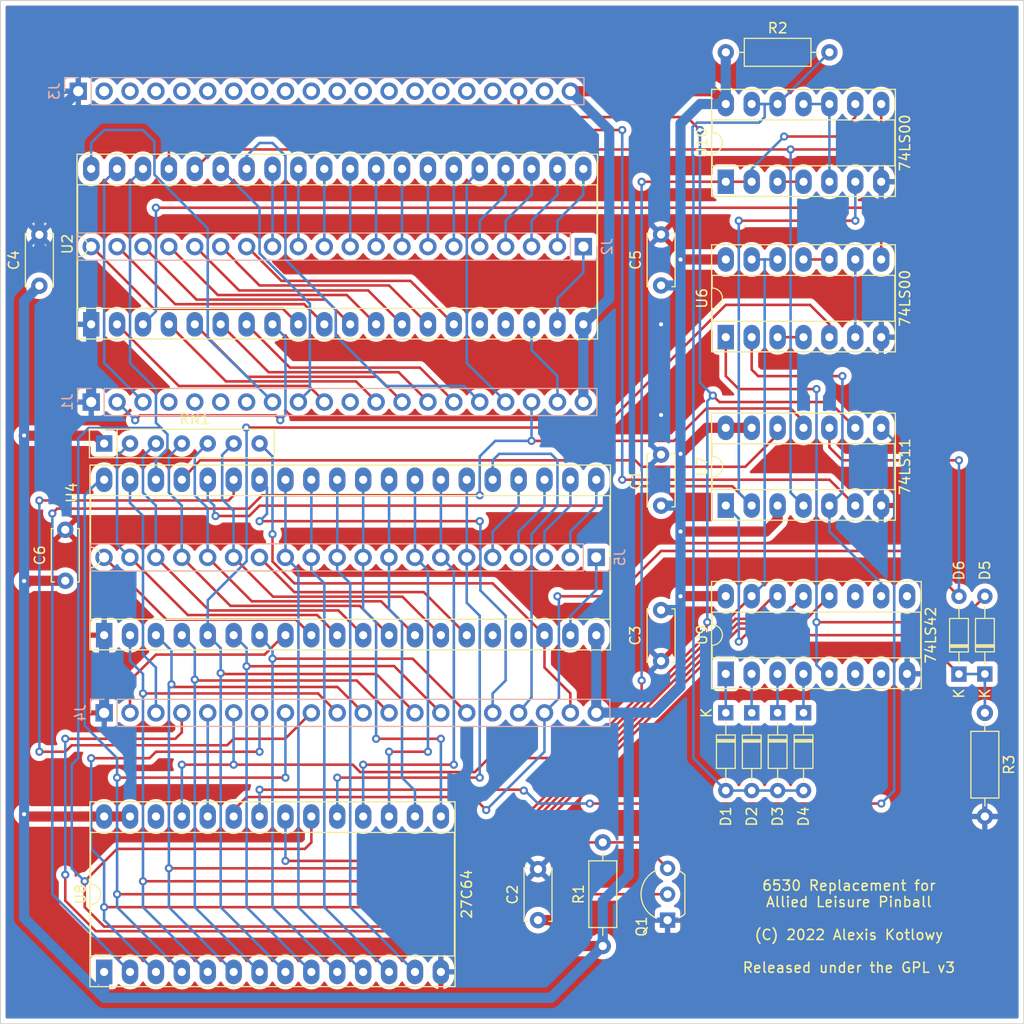
<source format=kicad_pcb>
(kicad_pcb (version 20211014) (generator pcbnew)
  (layers (0 "F.Cu" signal) (31 "B.Cu" signal) (34 "B.Paste" user) (35 "F.Paste" user) (36 "B.SilkS" user "B.Silkscreen") (37 "F.SilkS" user "F.Silkscreen") (38 "B.Mask" user) (39 "F.Mask" user) (44 "Edge.Cuts" user))
  (net 0 "")
  (net 1 "VCC")
  (net 2 "GND")
  (net 3 "Net-(D1-Pad1)")
  (net 4 "Net-(D1-Pad2)")
  (net 5 "Net-(D2-Pad1)")
  (net 6 "Net-(D3-Pad1)")
  (net 7 "Net-(D4-Pad1)")
  (net 8 "Net-(D5-Pad1)")
  (net 9 "Net-(D5-Pad2)")
  (net 10 "/~IC6_CS")
  (net 11 "/RS0")
  (net 12 "/~RS0")
  (net 13 "/IC5_PA0")
  (net 14 "/A9")
  (net 15 "/A8")
  (net 16 "/A7")
  (net 17 "/A6")
  (net 18 "/A5")
  (net 19 "/A4")
  (net 20 "/A3")
  (net 21 "/A2")
  (net 22 "/A1")
  (net 23 "/A0")
  (net 24 "/~IC5_CS")
  (net 25 "/IC5_PB5")
  (net 26 "/IC5_PB4")
  (net 27 "/IC5_PB3")
  (net 28 "/IC5_PB2")
  (net 29 "/IC5_PB1")
  (net 30 "/IC5_PB0")
  (net 31 "/D7")
  (net 32 "/D6")
  (net 33 "/D5")
  (net 34 "/D4")
  (net 35 "/D3")
  (net 36 "/D2")
  (net 37 "/D1")
  (net 38 "/D0")
  (net 39 "/IC5_PA7")
  (net 40 "/IC5_PA6")
  (net 41 "/IC5_PA5")
  (net 42 "/IC5_PA4")
  (net 43 "/IC5_PA3")
  (net 44 "/IC5_PA2")
  (net 45 "/IC5_PA1")
  (net 46 "/A4_mod")
  (net 49 "/~STACK")
  (net 50 "/~IC5")
  (net 51 "/IC6_PA0")
  (net 52 "/IC6_PB5")
  (net 53 "/IC6_PB4")
  (net 54 "/IC6_PB3")
  (net 55 "/IC6_PB2")
  (net 56 "/IC6_PB1")
  (net 57 "/IC6_PB0")
  (net 58 "/IC6_PA7")
  (net 59 "/IC6_PA6")
  (net 60 "/IC6_PA5")
  (net 61 "/IC6_PA4")
  (net 62 "/IC6_PA3")
  (net 63 "/IC6_PA2")
  (net 64 "/IC6_PA1")
  (net 67 "/~SCRATCH")
  (net 68 "/~IC6")
  (net 69 "/~IC3_CS")
  (net 70 "Net-(U6-Pad2)")
  (net 71 "Net-(U6-Pad3)")
  (net 72 "Net-(U6-Pad6)")
  (net 73 "Net-(U6-Pad10)")
  (net 74 "Net-(J1-Pad17)")
  (net 80 "Net-(U10-Pad3)")
  (net 81 "Net-(U10-Pad10)")
  (net 82 "/IC5_PHI2")
  (net 83 "/IC5_A6")
  (net 84 "/IC5_R{slash}W")
  (net 85 "/IC5_A5")
  (net 86 "/IC5_A4")
  (net 87 "/IC5_A3")
  (net 88 "/IC5_A2")
  (net 89 "/IC5_A1")
  (net 90 "/IC5_A0")
  (net 91 "/IC5_RES")
  (net 92 "/IC5_D7")
  (net 93 "/IC5_D6")
  (net 94 "/IC5_D5")
  (net 95 "/IC5_D4")
  (net 96 "/IC5_D3")
  (net 97 "/IC5_D2")
  (net 98 "/IC5_D1")
  (net 99 "/IC5_D0")
  (net 100 "/IC6_PHI2")
  (net 101 "/IC6_R{slash}W")
  (net 102 "/IC6_RES")
  (net 107 "Net-(J4-Pad17)")
  (net 125 "Net-(U7-Pad8)")
  (footprint "Resistor_THT:R_Axial_DIN0207_L6.3mm_D2.5mm_P10.16mm_Horizontal" (layer "F.Cu") (at 208.28 101.6 -90)
    (fp_text reference "R3")
    (fp_text value "1k")
  )
  (footprint "Capacitor_THT:C_Disc_D5.0mm_W2.5mm_P5.00mm" (layer "F.Cu") (at 176.53 81.28 90)
    (fp_text reference "C1")
    (fp_text value "100n")
  )
  (footprint "Package_DIP:DIP-40_W15.24mm_Socket_LongPads" (layer "F.Cu") (at 120.65 63.5 90)
    (fp_text reference "U2")
    (fp_text value "6532")
  )
  (footprint "Resistor_THT:R_Axial_DIN0207_L6.3mm_D2.5mm_P10.16mm_Horizontal" (layer "F.Cu") (at 182.88 36.83)
    (fp_text reference "R2")
    (fp_text value "1k")
  )
  (footprint "Diode_THT:D_DO-34_SOD68_P7.62mm_Horizontal" (layer "F.Cu") (at 208.28 97.79 90)
    (fp_text reference "D5")
    (fp_text value "1N4148")
  )
  (footprint "Diode_THT:D_DO-34_SOD68_P7.62mm_Horizontal" (layer "F.Cu") (at 205.74 97.795 90)
    (fp_text reference "D6")
    (fp_text value "1N4148")
  )
  (footprint "Package_TO_SOT_THT:TO-92L_Inline_Wide" (layer "F.Cu") (at 177.165 121.92 90)
    (fp_text reference "Q1")
    (fp_text value "2N7000" hide)
  )
  (footprint "Diode_THT:D_DO-34_SOD68_P7.62mm_Horizontal" (layer "F.Cu") (at 185.42 101.6 -90)
    (fp_text reference "D2")
    (fp_text value "1N4148" hide)
  )
  (footprint "Capacitor_THT:C_Disc_D5.0mm_W2.5mm_P5.00mm" (layer "F.Cu") (at 118.11 88.645 90)
    (fp_text reference "C6")
    (fp_text value "100n")
  )
  (footprint "Package_DIP:DIP-40_W15.24mm_Socket_LongPads" (layer "F.Cu") (at 121.92 93.98 90)
    (fp_text reference "U4")
    (fp_text value "6532")
  )
  (footprint "Package_DIP:DIP-14_W7.62mm_Socket_LongPads" (layer "F.Cu") (at 182.875 64.76 90)
    (fp_text reference "U6")
    (fp_text value "74LS00")
  )
  (footprint "Capacitor_THT:C_Disc_D5.0mm_W2.5mm_P5.00mm" (layer "F.Cu") (at 176.53 59.69 90)
    (fp_text reference "C5")
    (fp_text value "100n")
  )
  (footprint "Package_DIP:DIP-14_W7.62mm_Socket_LongPads" (layer "F.Cu") (at 182.875 49.52 90)
    (fp_text reference "U10")
    (fp_text value "74LS00")
  )
  (footprint "Diode_THT:D_DO-34_SOD68_P7.62mm_Horizontal" (layer "F.Cu") (at 182.88 101.595 -90)
    (fp_text reference "D1")
    (fp_text value "1N4148" hide)
  )
  (footprint "Capacitor_THT:C_Disc_D5.0mm_W2.5mm_P5.00mm" (layer "F.Cu") (at 176.53 91.52 -90)
    (fp_text reference "C3")
    (fp_text value "100n" hide)
  )
  (footprint "Capacitor_THT:C_Disc_D5.0mm_W2.5mm_P5.00mm" (layer "F.Cu") (at 115.57 59.715 90)
    (fp_text reference "C4")
    (fp_text value "100n")
  )
  (footprint "Package_DIP:DIP-28_W15.24mm_Socket_LongPads" (layer "F.Cu") (at 121.92 127 90)
    (fp_text reference "U8")
    (fp_text value "27C64")
  )
  (footprint "Resistor_THT:R_Array_SIP7" (layer "F.Cu") (at 121.92 75.184)
    (fp_text reference "RN1")
    (fp_text value "R_Network06")
  )
  (footprint "Package_DIP:DIP-16_W7.62mm_Socket_LongPads" (layer "F.Cu") (at 182.87 97.775 90)
    (fp_text reference "U9")
    (fp_text value "74LS42")
  )
  (footprint "Diode_THT:D_DO-34_SOD68_P7.62mm_Horizontal" (layer "F.Cu") (at 190.5 101.595 -90)
    (fp_text reference "D4")
    (fp_text value "1N4148")
  )
  (footprint "Capacitor_THT:C_Disc_D5.0mm_W2.5mm_P5.00mm" (layer "F.Cu") (at 164.465 121.92 90)
    (fp_text reference "C2")
    (fp_text value "100n" hide)
  )
  (footprint "Diode_THT:D_DO-34_SOD68_P7.62mm_Horizontal" (layer "F.Cu") (at 187.96 101.595 -90)
    (fp_text reference "D3")
    (fp_text value "1N4148")
  )
  (footprint "Resistor_THT:R_Axial_DIN0207_L6.3mm_D2.5mm_P10.16mm_Horizontal" (layer "F.Cu") (at 170.815 124.46 90)
    (fp_text reference "R1")
    (fp_text value "1k" hide)
  )
  (footprint "Package_DIP:DIP-14_W7.62mm_Socket_LongPads" (layer "F.Cu") (at 182.875 81.27 90)
    (fp_text reference "U7")
    (fp_text value "74LS11")
  )
  (footprint "Connector_PinHeader_2.54mm:PinHeader_1x20_P2.54mm_Vertical" (layer "B.Cu") (at 170.17 86.355 90)
    (fp_text reference "J5")
    (fp_text value "IC6")
  )
  (footprint "Connector_PinHeader_2.54mm:PinHeader_1x20_P2.54mm_Vertical" (layer "B.Cu") (at 120.65 71.12 -90)
    (fp_text reference "J1")
    (fp_text value "IC5")
  )
  (footprint "Connector_PinHeader_2.54mm:PinHeader_1x20_P2.54mm_Vertical" (layer "B.Cu") (at 168.91 55.88 90)
    (fp_text reference "J2")
    (fp_text value "IC5")
  )
  (footprint "Connector_PinHeader_2.54mm:PinHeader_1x20_P2.54mm_Vertical" (layer "B.Cu") (at 119.38 40.64 -90)
    (fp_text reference "J3")
    (fp_text value "IC3")
  )
  (footprint "Connector_PinHeader_2.54mm:PinHeader_1x20_P2.54mm_Vertical" (layer "B.Cu") (at 121.92 101.6 -90)
    (fp_text reference "J4")
    (fp_text value "IC6")
  )
  (gr_line (start 111.76 31.75) (end 212.09 31.75) (layer "Edge.Cuts") (width 0.1))
  (gr_line (start 212.09 132.08) (end 111.76 132.08) (layer "Edge.Cuts") (width 0.1))
  (gr_line (start 212.09 31.75) (end 212.09 132.08) (layer "Edge.Cuts") (width 0.1))
  (gr_line (start 111.76 132.08) (end 111.76 31.75) (layer "Edge.Cuts") (width 0.1))
  (gr_text "6530 Replacement for\nAllied Leisure Pinball\n\n(C) 2022 Alexis Kotlowy\n\nReleased under the GPL v3" (at 194.945 122.555) (layer "F.SilkS") (effects (font (size 1 1))))
  (segment (start 186.805 83.82) (end 178.435 83.82) (width 1) (layer "F.Cu") (net 1))
  (segment (start 121.92 111.76) (end 124.46 111.76) (width 1) (layer "F.Cu") (net 1))
  (segment (start 178.45 90.155) (end 178.435 90.17) (width 1) (layer "F.Cu") (net 1))
  (segment (start 182.875 57.14) (end 178.445 57.14) (width 1) (layer "F.Cu") (net 1))
  (segment (start 114.3 111.76) (end 114.070489 111.530489) (width 1) (layer "F.Cu") (net 1))
  (segment (start 167.64 40.645) (end 181.62 40.645) (width 1) (layer "F.Cu") (net 1))
  (segment (start 121.158 74.422) (end 114.046 74.422) (width 1) (layer "F.Cu") (net 1))
  (segment (start 114.555 88.645) (end 114.3 88.9) (width 1) (layer "F.Cu") (net 1))
  (segment (start 181.62 40.645) (end 182.875 41.9) (width 1) (layer "F.Cu") (net 1))
  (segment (start 187.955 82.67) (end 186.805 83.82) (width 1) (layer "F.Cu") (net 1))
  (segment (start 182.875 73.65) (end 185.415 73.65) (width 1) (layer "F.Cu") (net 1))
  (segment (start 121.92 111.76) (end 114.3 111.76) (width 1) (layer "F.Cu") (net 1))
  (segment (start 114.3 88.9) (end 114.070489 88.670489) (width 1) (layer "F.Cu") (net 1))
  (segment (start 114.046 74.422) (end 114.070489 74.397511) (width 1) (layer "F.Cu") (net 1))
  (segment (start 164.465 121.92) (end 165.735 121.92) (width 1) (layer "F.Cu") (net 1))
  (segment (start 121.92 75.184) (end 121.158 74.422) (width 1) (layer "F.Cu") (net 1))
  (segment (start 165.735 121.92) (end 168.275 124.46) (width 1) (layer "F.Cu") (net 1))
  (segment (start 182.87 90.155) (end 178.45 90.155) (width 1) (layer "F.Cu") (net 1))
  (segment (start 182.875 73.65) (end 180.985 73.65) (width 1) (layer "F.Cu") (net 1))
  (segment (start 180.985 73.65) (end 178.435 76.2) (width 1) (layer "F.Cu") (net 1))
  (segment (start 178.445 57.14) (end 178.435 57.15) (width 1) (layer "F.Cu") (net 1))
  (segment (start 168.275 124.46) (end 170.815 124.46) (width 1) (layer "F.Cu") (net 1))
  (segment (start 187.955 81.27) (end 187.955 82.67) (width 1) (layer "F.Cu") (net 1))
  (segment (start 118.11 88.645) (end 114.555 88.645) (width 1) (layer "F.Cu") (net 1))
  (via (at 114.070489 88.670489) (size 0.8) (drill 0.4) (layers "F.Cu" "B.Cu") (net 1))
  (via (at 178.435 83.82) (size 0.8) (drill 0.4) (layers "F.Cu" "B.Cu") (net 1))
  (via (at 114.070489 111.530489) (size 0.8) (drill 0.4) (layers "F.Cu" "B.Cu") (net 1))
  (via (at 178.435 76.2) (size 0.8) (drill 0.4) (layers "F.Cu" "B.Cu") (net 1))
  (via (at 178.435 90.17) (size 0.8) (drill 0.4) (layers "F.Cu" "B.Cu") (net 1))
  (via (at 178.435 57.15) (size 0.8) (drill 0.4) (layers "F.Cu" "B.Cu") (net 1))
  (via (at 114.070489 74.397511) (size 0.8) (drill 0.4) (layers "F.Cu" "B.Cu") (net 1))
  (segment (start 178.435 91.44) (end 178.435 90.17) (width 1) (layer "B.Cu") (net 1))
  (segment (start 114.070489 61.214511) (end 115.57 59.715) (width 1) (layer "B.Cu") (net 1))
  (segment (start 171.45 60.96) (end 171.45 44.455) (width 1) (layer "B.Cu") (net 1))
  (segment (start 170.175 93.985) (end 170.18 93.98) (width 1) (layer "B.Cu") (net 1))
  (segment (start 114.070489 73.635511) (end 114.070489 61.214511) (width 1) (layer "B.Cu") (net 1))
  (segment (start 168.91 63.5) (end 168.91 71.07) (width 1) (layer "B.Cu") (net 1))
  (segment (start 114.070489 111.530489) (end 114.070489 88.670489) (width 1) (layer "B.Cu") (net 1))
  (segment (start 178.435 81.28) (end 178.435 90.17) (width 1) (layer "B.Cu") (net 1))
  (segment (start 121.92 129.54) (end 114.070489 121.690489) (width 1) (layer "B.Cu") (net 1))
  (segment (start 173.355 117.475) (end 173.355 101.6) (width 1) (layer "B.Cu") (net 1))
  (segment (start 114.070489 74.397511) (end 114.070489 73.635511) (width 1) (layer "B.Cu") (net 1))
  (segment (start 114.070489 121.690489) (end 114.070489 121.055489) (width 1) (layer "B.Cu") (net 1))
  (segment (start 178.435 43.815) (end 178.435 57.15) (width 1) (layer "B.Cu") (net 1))
  (segment (start 182.875 41.9) (end 180.35 41.9) (width 1) (layer "B.Cu") (net 1))
  (segment (start 176.53 91.52) (end 178.355 91.52) (width 1) (layer "B.Cu") (net 1))
  (segment (start 182.875 36.835) (end 182.88 36.83) (width 1) (layer "B.Cu") (net 1))
  (segment (start 173.355 101.6) (end 173.38 101.575) (width 1) (layer "B.Cu") (net 1))
  (segment (start 176.53 59.69) (end 178.435 59.69) (width 1) (layer "B.Cu") (net 1))
  (segment (start 178.435 99.06) (end 178.435 91.44) (width 1) (layer "B.Cu") (net 1))
  (segment (start 165.735 129.54) (end 121.92 129.54) (width 1) (layer "B.Cu") (net 1))
  (segment (start 178.355 91.52) (end 178.435 91.44) (width 1) (layer "B.Cu") (net 1))
  (segment (start 170.175 101.575) (end 173.38 101.575) (width 1) (layer "B.Cu") (net 1))
  (segment (start 168.91 63.5) (end 171.45 60.96) (width 1) (layer "B.Cu") (net 1))
  (segment (start 170.815 124.46) (end 170.815 120.015) (width 1) (layer "B.Cu") (net 1))
  (segment (start 121.92 127) (end 121.92 129.54) (width 1) (layer "B.Cu") (net 1))
  (segment (start 178.435 76.2) (end 178.435 81.28) (width 1) (layer "B.Cu") (net 1))
  (segment (start 114.070489 121.055489) (end 114.070489 111.530489) (width 1) (layer "B.Cu") (net 1))
  (segment (start 114.070489 88.670489) (end 114.070489 74.397511) (width 1) (layer "B.Cu") (net 1))
  (segment (start 170.815 120.015) (end 173.355 117.475) (width 1) (layer "B.Cu") (net 1))
  (segment (start 171.45 44.455) (end 167.64 40.645) (width 1) (layer "B.Cu") (net 1))
  (segment (start 170.175 101.575) (end 170.175 93.985) (width 1) (layer "B.Cu") (net 1))
  (segment (start 178.435 59.69) (end 178.435 76.2) (width 1) (layer "B.Cu") (net 1))
  (segment (start 176.53 81.28) (end 178.435 81.28) (width 1) (layer "B.Cu") (net 1))
  (segment (start 173.38 101.575) (end 175.92 101.575) (width 1) (layer "B.Cu") (net 1))
  (segment (start 175.92 101.575) (end 178.435 99.06) (width 1) (layer "B.Cu") (net 1))
  (segment (start 182.875 41.9) (end 182.875 36.835) (width 1) (layer "B.Cu") (net 1))
  (segment (start 170.815 124.46) (end 165.735 129.54) (width 1) (layer "B.Cu") (net 1))
  (segment (start 180.35 41.9) (end 178.435 43.815) (width 1) (layer "B.Cu") (net 1))
  (segment (start 178.435 57.15) (end 178.435 59.69) (width 1) (layer "B.Cu") (net 1))
  (via (at 176.53 72.39) (size 0.8) (drill 0.4) (layers "F.Cu" "B.Cu") (net 2))
  (via (at 176.53 63.5) (size 0.8) (drill 0.4) (layers "F.Cu" "B.Cu") (net 2))
  (segment (start 120.65 63.5) (end 120.65 60.96) (width 1) (layer "B.Cu") (net 2))
  (segment (start 119.38 40.645) (end 115.57 44.455) (width 1) (layer "B.Cu") (net 2))
  (segment (start 115.57 44.455) (end 115.57 54.715) (width 1) (layer "B.Cu") (net 2))
  (segment (start 121.92 93.98) (end 121.92 101.57) (width 1) (layer "B.Cu") (net 2))
  (segment (start 115.57 55.88) (end 115.57 54.715) (width 1) (layer "B.Cu") (net 2))
  (segment (start 120.65 60.96) (end 115.57 55.88) (width 1) (layer "B.Cu") (net 2))
  (segment (start 121.92 101.57) (end 121.915 101.575) (width 1) (layer "B.Cu") (net 2))
  (segment (start 120.65 63.5) (end 120.65 71.07) (width 1) (layer "B.Cu") (net 2))
  (segment (start 182.87 97.775) (end 182.87 101.585) (width 0.25) (layer "B.Cu") (net 3))
  (segment (start 182.87 101.585) (end 182.88 101.595) (width 0.25) (layer "B.Cu") (net 3))
  (segment (start 179.615489 46.900489) (end 179.615489 44.149897) (width 0.25) (layer "B.Cu") (net 4))
  (segment (start 186.68 41.9) (end 185.415 41.9) (width 0.25) (layer "B.Cu") (net 4))
  (segment (start 185.42 109.215) (end 182.88 109.215) (width 0.25) (layer "B.Cu") (net 4))
  (segment (start 186.69 41.91) (end 186.7 41.9) (width 0.25) (layer "B.Cu") (net 4))
  (segment (start 185.415 41.9) (end 186.7 41.9) (width 0.25) (layer "B.Cu") (net 4))
  (segment (start 193.04 36.83) (end 187.97 41.9) (width 0.25) (layer "B.Cu") (net 4))
  (segment (start 180.039897 43.725489) (end 186.144511 43.725489) (width 0.25) (layer "B.Cu") (net 4))
  (segment (start 182.88 109.215) (end 179.705 106.045) (width 0.25) (layer "B.Cu") (net 4))
  (segment (start 179.705 106.045) (end 179.705 46.99) (width 0.25) (layer "B.Cu") (net 4))
  (segment (start 186.144511 43.725489) (end 186.69 43.18) (width 0.25) (layer "B.Cu") (net 4))
  (segment (start 179.705 46.99) (end 179.615489 46.900489) (width 0.25) (layer "B.Cu") (net 4))
  (segment (start 187.97 41.9) (end 187.955 41.9) (width 0.25) (layer "B.Cu") (net 4))
  (segment (start 179.615489 44.149897) (end 180.039897 43.725489) (width 0.25) (layer "B.Cu") (net 4))
  (segment (start 187.96 109.215) (end 185.42 109.215) (width 0.25) (layer "B.Cu") (net 4))
  (segment (start 186.69 41.91) (end 186.68 41.9) (width 0.25) (layer "B.Cu") (net 4))
  (segment (start 190.5 109.215) (end 187.96 109.215) (width 0.25) (layer "B.Cu") (net 4))
  (segment (start 186.69 43.18) (end 186.69 41.91) (width 0.25) (layer "B.Cu") (net 4))
  (segment (start 186.7 41.9) (end 187.955 41.9) (width 0.25) (layer "B.Cu") (net 4))
  (segment (start 185.41 101.585) (end 185.42 101.595) (width 0.25) (layer "B.Cu") (net 5))
  (segment (start 185.41 97.775) (end 185.41 101.585) (width 0.25) (layer "B.Cu") (net 5))
  (segment (start 187.95 101.585) (end 187.96 101.595) (width 0.25) (layer "B.Cu") (net 6))
  (segment (start 187.95 97.775) (end 187.95 101.585) (width 0.25) (layer "B.Cu") (net 6))
  (segment (start 190.49 101.585) (end 190.5 101.595) (width 0.25) (layer "B.Cu") (net 7))
  (segment (start 190.49 97.775) (end 190.49 101.585) (width 0.25) (layer "B.Cu") (net 7))
  (segment (start 201.93 93.98) (end 184.785 93.98) (width 0.25) (layer "F.Cu") (net 8))
  (segment (start 205.74 97.795) (end 201.93 93.98) (width 0.25) (layer "F.Cu") (net 8))
  (segment (start 184.785 93.98) (end 184.15 94.615) (width 0.25) (layer "F.Cu") (net 8))
  (via (at 184.15 94.615) (size 0.8) (drill 0.4) (layers "F.Cu" "B.Cu") (net 8))
  (segment (start 208.28 101.6) (end 208.28 97.79) (width 0.25) (layer "B.Cu") (net 8))
  (segment (start 184.15 82.545) (end 182.875 81.27) (width 0.25) (layer "B.Cu") (net 8))
  (segment (start 208.28 97.79) (end 205.74 97.795) (width 0.25) (layer "B.Cu") (net 8))
  (segment (start 184.15 94.615) (end 184.15 82.545) (width 0.25) (layer "B.Cu") (net 8))
  (segment (start 184.15 69.85) (end 182.875 68.575) (width 0.25) (layer "F.Cu") (net 9))
  (segment (start 208.28 90.17) (end 205.74 92.71) (width 0.25) (layer "F.Cu") (net 9))
  (segment (start 191.77 69.85) (end 184.15 69.85) (width 0.25) (layer "F.Cu") (net 9))
  (segment (start 182.875 68.575) (end 182.875 64.76) (width 0.25) (layer "F.Cu") (net 9))
  (segment (start 205.74 92.71) (end 191.77 92.71) (width 0.25) (layer "F.Cu") (net 9))
  (via (at 191.77 69.85) (size 0.8) (drill 0.4) (layers "F.Cu" "B.Cu") (net 9))
  (via (at 191.77 92.71) (size 0.8) (drill 0.4) (layers "F.Cu" "B.Cu") (net 9))
  (segment (start 191.77 96.915) (end 191.77 69.85) (width 0.25) (layer "B.Cu") (net 9))
  (segment (start 192.63 97.775) (end 191.77 96.915) (width 0.25) (layer "B.Cu") (net 9))
  (segment (start 193.03 97.775) (end 192.63 97.775) (width 0.25) (layer "B.Cu") (net 9))
  (segment (start 172.085 90.17) (end 176.53 85.725) (width 0.25) (layer "F.Cu") (net 10))
  (segment (start 176.53 85.725) (end 201.295 85.725) (width 0.25) (layer "F.Cu") (net 10))
  (segment (start 193.035 75.56) (end 193.035 73.65) (width 0.25) (layer "F.Cu") (net 10))
  (segment (start 135.89 109.855) (end 158.115 109.855) (width 0.25) (layer "F.Cu") (net 10))
  (segment (start 205.74 76.835) (end 194.31 76.835) (width 0.25) (layer "F.Cu") (net 10))
  (segment (start 134.62 111.76) (end 134.62 111.125) (width 0.25) (layer "F.Cu") (net 10))
  (segment (start 158.115 109.855) (end 159.385 111.125) (width 0.25) (layer "F.Cu") (net 10))
  (segment (start 166.37 90.17) (end 172.085 90.17) (width 0.25) (layer "F.Cu") (net 10))
  (segment (start 201.295 85.725) (end 205.74 90.175) (width 0.25) (layer "F.Cu") (net 10))
  (segment (start 194.31 76.835) (end 193.035 75.56) (width 0.25) (layer "F.Cu") (net 10))
  (segment (start 134.62 111.125) (end 135.89 109.855) (width 0.25) (layer "F.Cu") (net 10))
  (via (at 205.74 76.835) (size 0.8) (drill 0.4) (layers "F.Cu" "B.Cu") (net 10))
  (via (at 166.37 90.17) (size 0.8) (drill 0.4) (layers "F.Cu" "B.Cu") (net 10))
  (via (at 159.385 111.125) (size 0.8) (drill 0.4) (layers "F.Cu" "B.Cu") (net 10))
  (segment (start 166.51048 100.15952) (end 166.51048 90.31048) (width 0.25) (layer "B.Cu") (net 10))
  (segment (start 205.74 90.175) (end 205.74 76.835) (width 0.25) (layer "B.Cu") (net 10))
  (segment (start 166.51048 90.31048) (end 166.37 90.17) (width 0.25) (layer "B.Cu") (net 10))
  (segment (start 165.095 101.575) (end 166.51048 100.15952) (width 0.25) (layer "B.Cu") (net 10))
  (segment (start 165.095 105.415) (end 165.095 101.575) (width 0.25) (layer "B.Cu") (net 10))
  (segment (start 159.385 111.125) (end 165.095 105.415) (width 0.25) (layer "B.Cu") (net 10))
  (segment (start 118.11 120.015) (end 118.11 117.475) (width 0.25) (layer "F.Cu") (net 11))
  (segment (start 121.09952 123.00452) (end 118.11 120.015) (width 0.25) (layer "F.Cu") (net 11))
  (segment (start 129.54 103.505) (end 129.535 103.5) (width 0.25) (layer "F.Cu") (net 11))
  (segment (start 177.165 119.38) (end 160.655718 119.38) (width 0.25) (layer "F.Cu") (net 11))
  (segment (start 128.905 104.14) (end 129.54 103.505) (width 0.25) (layer "F.Cu") (net 11))
  (segment (start 157.031197 123.00452) (end 121.09952 123.00452) (width 0.25) (layer "F.Cu") (net 11))
  (segment (start 129.535 103.5) (end 129.535 101.575) (width 0.25) (layer "F.Cu") (net 11))
  (segment (start 118.11 104.14) (end 128.905 104.14) (width 0.25) (layer "F.Cu") (net 11))
  (segment (start 160.655718 119.38) (end 157.031197 123.00452) (width 0.25) (layer "F.Cu") (net 11))
  (via (at 118.11 104.14) (size 0.8) (drill 0.4) (layers "F.Cu" "B.Cu") (net 11))
  (via (at 118.11 117.475) (size 0.8) (drill 0.4) (layers "F.Cu" "B.Cu") (net 11))
  (segment (start 118.11 117.475) (end 118.11 104.14) (width 0.25) (layer "B.Cu") (net 11))
  (segment (start 177.165 116.84) (end 174.625 114.3) (width 0.25) (layer "F.Cu") (net 12))
  (segment (start 165.1 114.3) (end 156.845 122.555) (width 0.25) (layer "F.Cu") (net 12))
  (segment (start 156.845 122.555) (end 121.92 122.555) (width 0.25) (layer "F.Cu") (net 12))
  (segment (start 121.92 122.555) (end 120.015 120.65) (width 0.25) (layer "F.Cu") (net 12))
  (segment (start 142.24 114.3) (end 142.24 111.76) (width 0.25) (layer "F.Cu") (net 12))
  (segment (start 141.605 114.935) (end 142.24 114.3) (width 0.25) (layer "F.Cu") (net 12))
  (segment (start 120.015 120.65) (end 120.015 118.11) (width 0.25) (layer "F.Cu") (net 12))
  (segment (start 123.19 114.935) (end 141.605 114.935) (width 0.25) (layer "F.Cu") (net 12))
  (segment (start 120.015 118.11) (end 123.19 114.935) (width 0.25) (layer "F.Cu") (net 12))
  (segment (start 170.815 114.3) (end 165.1 114.3) (width 0.25) (layer "F.Cu") (net 12))
  (segment (start 174.625 114.3) (end 170.815 114.3) (width 0.25) (layer "F.Cu") (net 12))
  (via (at 120.015 118.11) (size 0.8) (drill 0.4) (layers "F.Cu" "B.Cu") (net 12))
  (segment (start 118.745 106.68) (end 119.38 106.045) (width 0.25) (layer "B.Cu") (net 12))
  (segment (start 127 76.835) (end 128.124511 75.710489) (width 0.25) (layer "B.Cu") (net 12))
  (segment (start 119.38 106.045) (end 119.38 74.676) (width 0.25) (layer "B.Cu") (net 12))
  (segment (start 118.745 116.84) (end 118.745 106.68) (width 0.25) (layer "B.Cu") (net 12))
  (segment (start 120.015 118.11) (end 118.745 116.84) (width 0.25) (layer "B.Cu") (net 12))
  (segment (start 124.46 49.53) (end 124.46 67.31) (width 0.25) (layer "B.Cu") (net 12))
  (segment (start 120.396 73.66) (end 127.508 73.66) (width 0.25) (layer "B.Cu") (net 12))
  (segment (start 124.46 67.31) (end 127 69.85) (width 0.25) (layer "B.Cu") (net 12))
  (segment (start 127.508 73.66) (end 127 73.152) (width 0.25) (layer "B.Cu") (net 12))
  (segment (start 125.73 48.26) (end 124.46 49.53) (width 0.25) (layer "B.Cu") (net 12))
  (segment (start 127 76.835) (end 127 78.74) (width 0.25) (layer "B.Cu") (net 12))
  (segment (start 128.124511 75.710489) (end 128.124511 74.276511) (width 0.25) (layer "B.Cu") (net 12))
  (segment (start 127 73.152) (end 127 69.85) (width 0.25) (layer "B.Cu") (net 12))
  (segment (start 119.38 74.676) (end 120.396 73.66) (width 0.25) (layer "B.Cu") (net 12))
  (segment (start 128.124511 74.276511) (end 127.508 73.66) (width 0.25) (layer "B.Cu") (net 12))
  (segment (start 139.192 72.898) (end 138.721489 72.427489) (width 0.25) (layer "F.Cu") (net 13))
  (segment (start 138.721489 72.427489) (end 125.438511 72.427489) (width 0.25) (layer "F.Cu") (net 13))
  (segment (start 125.438511 72.427489) (end 124.968 72.898) (width 0.25) (layer "F.Cu") (net 13))
  (via (at 124.968 72.898) (size 0.8) (drill 0.4) (layers "F.Cu" "B.Cu") (net 13))
  (via (at 139.192 72.898) (size 0.8) (drill 0.4) (layers "F.Cu" "B.Cu") (net 13))
  (segment (start 139.7 72.39) (end 139.7 64.77) (width 0.25) (layer "B.Cu") (net 13))
  (segment (start 139.192 72.898) (end 139.7 72.39) (width 0.25) (layer "B.Cu") (net 13))
  (segment (start 123.19 71.07) (end 124.968 72.898) (width 0.25) (layer "B.Cu") (net 13))
  (segment (start 139.7 64.77) (end 138.43 63.5) (width 0.25) (layer "B.Cu") (net 13))
  (segment (start 132.08 111.76) (end 132.08 101.58) (width 0.25) (layer "B.Cu") (net 14))
  (segment (start 146.295386 106.68) (end 147.019897 107.404511) (width 0.25) (layer "F.Cu") (net 15))
  (segment (start 195.575 43.185) (end 195.575 41.9) (width 0.25) (layer "F.Cu") (net 15))
  (segment (start 134.62 106.68) (end 146.295386 106.68) (width 0.25) (layer "F.Cu") (net 15))
  (segment (start 174.625 49.53) (end 174.635 49.52) (width 0.25) (layer "F.Cu") (net 15))
  (segment (start 133.35 106.68) (end 134.62 106.68) (width 0.25) (layer "F.Cu") (net 15))
  (segment (start 174.625 99.668564) (end 174.625 98.425) (width 0.25) (layer "F.Cu") (net 15))
  (segment (start 174.635 49.52) (end 182.875 49.52) (width 0.25) (layer "F.Cu") (net 15))
  (segment (start 147.019897 107.404511) (end 158.270875 107.404511) (width 0.25) (layer "F.Cu") (net 15))
  (segment (start 159.643245 106.032141) (end 168.261423 106.032141) (width 0.25) (layer "F.Cu") (net 15))
  (segment (start 188.595 45.085) (end 193.675 45.085) (width 0.25) (layer "F.Cu") (net 15))
  (segment (start 129.54 106.68) (end 133.35 106.68) (width 0.25) (layer "F.Cu") (net 15))
  (segment (start 185.415 49.52) (end 182.875 49.52) (width 0.25) (layer "F.Cu") (net 15))
  (segment (start 158.270875 107.404511) (end 159.643245 106.032141) (width 0.25) (layer "F.Cu") (net 15))
  (segment (start 168.261423 106.032141) (end 174.625 99.668564) (width 0.25) (layer "F.Cu") (net 15))
  (segment (start 193.675 45.085) (end 195.575 43.185) (width 0.25) (layer "F.Cu") (net 15))
  (via (at 174.625 98.425) (size 0.8) (drill 0.4) (layers "F.Cu" "B.Cu") (net 15))
  (via (at 129.54 106.68) (size 0.8) (drill 0.4) (layers "F.Cu" "B.Cu") (net 15))
  (via (at 174.625 49.53) (size 0.8) (drill 0.4) (layers "F.Cu" "B.Cu") (net 15))
  (via (at 134.62 106.68) (size 0.8) (drill 0.4) (layers "F.Cu" "B.Cu") (net 15))
  (via (at 188.595 45.085) (size 0.8) (drill 0.4) (layers "F.Cu" "B.Cu") (net 15))
  (segment (start 134.615 106.675) (end 134.615 101.575) (width 0.25) (layer "B.Cu") (net 15))
  (segment (start 129.54 111.76) (end 129.54 106.68) (width 0.25) (layer "B.Cu") (net 15))
  (segment (start 185.415 48.265) (end 188.595 45.085) (width 0.25) (layer "B.Cu") (net 15))
  (segment (start 185.415 49.52) (end 185.415 48.265) (width 0.25) (layer "B.Cu") (net 15))
  (segment (start 174.625 98.425) (end 174.625 49.53) (width 0.25) (layer "B.Cu") (net 15))
  (segment (start 134.62 106.68) (end 134.615 106.675) (width 0.25) (layer "B.Cu") (net 15))
  (segment (start 184.151077 93.346077) (end 156.847153 120.65) (width 0.25) (layer "F.Cu") (net 16))
  (segment (start 156.847153 120.65) (end 121.92 120.65) (width 0.25) (layer "F.Cu") (net 16))
  (segment (start 193.03 90.155) (end 189.838923 93.346077) (width 0.25) (layer "F.Cu") (net 16))
  (segment (start 189.838923 93.346077) (end 184.151077 93.346077) (width 0.25) (layer "F.Cu") (net 16))
  (segment (start 127 105.41) (end 137.16 105.41) (width 0.25) (layer "F.Cu") (net 16))
  (segment (start 126.365 106.045) (end 127 105.41) (width 0.25) (layer "F.Cu") (net 16))
  (segment (start 120.65 106.045) (end 126.365 106.045) (width 0.25) (layer "F.Cu") (net 16))
  (via (at 121.92 120.65) (size 0.8) (drill 0.4) (layers "F.Cu" "B.Cu") (net 16))
  (via (at 137.16 105.41) (size 0.8) (drill 0.4) (layers "F.Cu" "B.Cu") (net 16))
  (via (at 120.65 106.045) (size 0.8) (drill 0.4) (layers "F.Cu" "B.Cu") (net 16))
  (segment (start 121.92 116.205) (end 121.92 120.65) (width 0.25) (layer "B.Cu") (net 16))
  (segment (start 121.92 121.285) (end 121.92 120.65) (width 0.25) (layer "B.Cu") (net 16))
  (segment (start 137.155 105.405) (end 137.155 101.575) (width 0.25) (layer "B.Cu") (net 16))
  (segment (start 137.16 105.41) (end 137.155 105.405) (width 0.25) (layer "B.Cu") (net 16))
  (segment (start 120.65 114.935) (end 121.92 116.205) (width 0.25) (layer "B.Cu") (net 16))
  (segment (start 120.65 106.045) (end 120.65 114.935) (width 0.25) (layer "B.Cu") (net 16))
  (segment (start 121.92 121.92) (end 121.92 121.285) (width 0.25) (layer "B.Cu") (net 16))
  (segment (start 127 127) (end 121.92 121.92) (width 0.25) (layer "B.Cu") (net 16))
  (segment (start 187.815121 92.829879) (end 184.031557 92.829879) (width 0.25) (layer "F.Cu") (net 17))
  (segment (start 190.49 90.155) (end 187.815121 92.829879) (width 0.25) (layer "F.Cu") (net 17))
  (segment (start 184.031557 92.829879) (end 157.481436 119.38) (width 0.25) (layer "F.Cu") (net 17))
  (segment (start 123.19 107.95) (end 139.7 107.95) (width 0.25) (layer "F.Cu") (net 17))
  (segment (start 157.481436 119.38) (end 123.19 119.38) (width 0.25) (layer "F.Cu") (net 17))
  (via (at 123.19 119.38) (size 0.8) (drill 0.4) (layers "F.Cu" "B.Cu") (net 17))
  (via (at 123.19 107.95) (size 0.8) (drill 0.4) (layers "F.Cu" "B.Cu") (net 17))
  (via (at 139.7 107.95) (size 0.8) (drill 0.4) (layers "F.Cu" "B.Cu") (net 17))
  (segment (start 120.015 102.87) (end 123.19 106.045) (width 0.25) (layer "B.Cu") (net 17))
  (segment (start 121.92 78.74) (end 121.52 78.74) (width 0.25) (layer "B.Cu") (net 17))
  (segment (start 123.19 106.045) (end 123.19 107.95) (width 0.25) (layer "B.Cu") (net 17))
  (segment (start 120.015 80.245) (end 120.015 102.87) (width 0.25) (layer "B.Cu") (net 17))
  (segment (start 139.7 107.95) (end 139.695 107.945) (width 0.25) (layer "B.Cu") (net 17))
  (segment (start 129.54 127) (end 123.19 120.65) (width 0.25) (layer "B.Cu") (net 17))
  (segment (start 123.19 120.65) (end 123.19 107.95) (width 0.25) (layer "B.Cu") (net 17))
  (segment (start 139.695 107.945) (end 139.695 101.575) (width 0.25) (layer "B.Cu") (net 17))
  (segment (start 121.52 78.74) (end 120.015 80.245) (width 0.25) (layer "B.Cu") (net 17))
  (segment (start 183.820359 92.380359) (end 183.820359 92.405359) (width 0.25) (layer "F.Cu") (net 18))
  (segment (start 158.115718 118.11) (end 125.73 118.11) (width 0.25) (layer "F.Cu") (net 18))
  (segment (start 187.95 90.155) (end 187.55 90.155) (width 0.25) (layer "F.Cu") (net 18))
  (segment (start 183.820359 92.405359) (end 158.115718 118.11) (width 0.25) (layer "F.Cu") (net 18))
  (segment (start 185.324641 92.380359) (end 183.820359 92.380359) (width 0.25) (layer "F.Cu") (net 18))
  (segment (start 144.775 101.575) (end 142.895 99.695) (width 0.25) (layer "F.Cu") (net 18))
  (segment (start 187.55 90.155) (end 185.324641 92.380359) (width 0.25) (layer "F.Cu") (net 18))
  (segment (start 142.895 99.695) (end 125.73 99.695) (width 0.25) (layer "F.Cu") (net 18))
  (via (at 125.73 118.11) (size 0.8) (drill 0.4) (layers "F.Cu" "B.Cu") (net 18))
  (via (at 125.73 99.695) (size 0.8) (drill 0.4) (layers "F.Cu" "B.Cu") (net 18))
  (segment (start 125.73 118.11) (end 125.73 120.65) (width 0.25) (layer "B.Cu") (net 18))
  (segment (start 124.46 96.52) (end 125.73 97.79) (width 0.25) (layer "B.Cu") (net 18))
  (segment (start 125.73 120.65) (end 132.08 127) (width 0.25) (layer "B.Cu") (net 18))
  (segment (start 125.73 99.695) (end 125.73 118.11) (width 0.25) (layer "B.Cu") (net 18))
  (segment (start 124.46 93.98) (end 124.46 96.52) (width 0.25) (layer "B.Cu") (net 18))
  (segment (start 125.73 97.79) (end 125.73 99.695) (width 0.25) (layer "B.Cu") (net 18))
  (segment (start 158.75 116.84) (end 168.584897 107.005103) (width 0.25) (layer "F.Cu") (net 19))
  (segment (start 144.59452 99.06) (end 144.78 99.06) (width 0.25) (layer "F.Cu") (net 19))
  (segment (start 128.27 116.84) (end 158.75 116.84) (width 0.25) (layer "F.Cu") (net 19))
  (segment (start 144.594509 99.060011) (end 144.59452 99.06) (width 0.25) (layer "F.Cu") (net 19))
  (segment (start 168.584897 106.980103) (end 185.41 90.155) (width 0.25) (layer "F.Cu") (net 19))
  (segment (start 144.594509 99.060011) (end 128.778011 99.060011) (width 0.25) (layer "F.Cu") (net 19))
  (segment (start 128.778011 99.060011) (end 128.524 98.806) (width 0.25) (layer "F.Cu") (net 19))
  (segment (start 147.315 101.575) (end 144.8 99.06) (width 0.25) (layer "F.Cu") (net 19))
  (segment (start 168.584897 107.005103) (end 168.584897 106.980103) (width 0.25) (layer "F.Cu") (net 19))
  (via (at 128.27 116.84) (size 0.8) (drill 0.4) (layers "F.Cu" "B.Cu") (net 19))
  (via (at 128.524 98.806) (size 0.8) (drill 0.4) (layers "F.Cu" "B.Cu") (net 19))
  (segment (start 185.41 90.155) (end 186.69 88.875) (width 0.25) (layer "B.Cu") (net 19))
  (segment (start 128.27 120.65) (end 134.62 127) (width 0.25) (layer "B.Cu") (net 19))
  (segment (start 128.524 95.504) (end 128.524 98.806) (width 0.25) (layer "B.Cu") (net 19))
  (segment (start 186.7 57.14) (end 187.955 57.14) (width 0.25) (layer "B.Cu") (net 19))
  (segment (start 128.27 99.06) (end 128.27 116.84) (width 0.25) (layer "B.Cu") (net 19))
  (segment (start 186.69 57.15) (end 186.68 57.14) (width 0.25) (layer "B.Cu") (net 19))
  (segment (start 128.524 98.806) (end 128.27 99.06) (width 0.25) (layer "B.Cu") (net 19))
  (segment (start 127 93.98) (end 128.524 95.504) (width 0.25) (layer "B.Cu") (net 19))
  (segment (start 128.27 116.84) (end 128.27 120.65) (width 0.25) (layer "B.Cu") (net 19))
  (segment (start 186.69 57.15) (end 186.7 57.14) (width 0.25) (layer "B.Cu") (net 19))
  (segment (start 186.68 57.14) (end 185.415 57.14) (width 0.25) (layer "B.Cu") (net 19))
  (segment (start 186.69 88.875) (end 186.69 57.15) (width 0.25) (layer "B.Cu") (net 19))
  (segment (start 146.685 98.425) (end 130.8995 98.425) (width 0.25) (layer "F.Cu") (net 20))
  (segment (start 130.8995 98.425) (end 130.81 98.3355) (width 0.25) (layer "F.Cu") (net 20))
  (segment (start 149.855 101.575) (end 149.835 101.575) (width 0.25) (layer "F.Cu") (net 20))
  (segment (start 149.835 101.575) (end 146.685 98.425) (width 0.25) (layer "F.Cu") (net 20))
  (via (at 130.81 98.3355) (size 0.8) (drill 0.4) (layers "F.Cu" "B.Cu") (net 20))
  (segment (start 130.81 120.65) (end 137.16 127) (width 0.25) (layer "B.Cu") (net 20))
  (segment (start 129.54 93.98) (end 130.81 95.25) (width 0.25) (layer "B.Cu") (net 20))
  (segment (start 130.81 95.25) (end 130.81 120.65) (width 0.25) (layer "B.Cu") (net 20))
  (segment (start 193.035 63.495) (end 193.035 64.76) (width 0.25) (layer "F.Cu") (net 21))
  (segment (start 148.61 97.79) (end 146.05 97.79) (width 0.25) (layer "F.Cu") (net 21))
  (segment (start 171.3865 73.0885) (end 182.88 61.595) (width 0.25) (layer "F.Cu") (net 21))
  (segment (start 135.852511 73.622511) (end 170.852489 73.622511) (width 0.25) (layer "F.Cu") (net 21))
  (segment (start 191.135 61.595) (end 193.035 63.495) (width 0.25) (layer "F.Cu") (net 21))
  (segment (start 152.395 101.575) (end 148.61 97.79) (width 0.25) (layer "F.Cu") (net 21))
  (segment (start 182.88 61.595) (end 191.135 61.595) (width 0.25) (layer "F.Cu") (net 21))
  (segment (start 146.05 97.79) (end 133.4395 97.79) (width 0.25) (layer "F.Cu") (net 21))
  (segment (start 170.852489 73.622511) (end 171.3865 73.0885) (width 0.25) (layer "F.Cu") (net 21))
  (segment (start 133.4395 97.79) (end 133.35 97.7005) (width 0.25) (layer "F.Cu") (net 21))
  (via (at 133.35 97.7005) (size 0.8) (drill 0.4) (layers "F.Cu" "B.Cu") (net 21))
  (via (at 135.852511 73.622511) (size 0.8) (drill 0.4) (layers "F.Cu" "B.Cu") (net 21))
  (segment (start 135.89 73.66) (end 135.852511 73.622511) (width 0.25) (layer "B.Cu") (net 21))
  (segment (start 133.35 95.25) (end 133.35 120.65) (width 0.25) (layer "B.Cu") (net 21))
  (segment (start 133.35 120.65) (end 139.7 127) (width 0.25) (layer "B.Cu") (net 21))
  (segment (start 132.08 93.98) (end 133.35 95.25) (width 0.25) (layer "B.Cu") (net 21))
  (segment (start 135.89 86.73601) (end 132.08 90.54601) (width 0.25) (layer "B.Cu") (net 21))
  (segment (start 135.89 86.73601) (end 135.89 73.66) (width 0.25) (layer "B.Cu") (net 21))
  (segment (start 132.08 90.54601) (end 132.08 93.98) (width 0.25) (layer "B.Cu") (net 21))
  (segment (start 135.89 97.028) (end 150.34952 97.00952) (width 0.25) (layer "F.Cu") (net 22))
  (segment (start 154.915 101.575) (end 154.935 101.575) (width 0.25) (layer "F.Cu") (net 22))
  (segment (start 150.34952 97.00952) (end 154.915 101.575) (width 0.25) (layer "F.Cu") (net 22))
  (via (at 135.89 97.028) (size 0.8) (drill 0.4) (layers "F.Cu" "B.Cu") (net 22))
  (segment (start 135.89 95.25) (end 134.62 93.98) (width 0.25) (layer "B.Cu") (net 22))
  (segment (start 135.89 97.028) (end 135.89 120.65) (width 0.25) (layer "B.Cu") (net 22))
  (segment (start 135.89 97.028) (end 135.89 95.25) (width 0.25) (layer "B.Cu") (net 22))
  (segment (start 135.89 120.65) (end 142.24 127) (width 0.25) (layer "B.Cu") (net 22))
  (segment (start 152.16502 96.28502) (end 157.455 101.575) (width 0.25) (layer "F.Cu") (net 23))
  (segment (start 157.455 101.575) (end 157.475 101.575) (width 0.25) (layer "F.Cu") (net 23))
  (segment (start 138.43 96.28502) (end 152.16502 96.28502) (width 0.25) (layer "F.Cu") (net 23))
  (via (at 138.43 96.28502) (size 0.8) (drill 0.4) (layers "F.Cu" "B.Cu") (net 23))
  (segment (start 138.43 95.504) (end 138.43 120.65) (width 0.25) (layer "B.Cu") (net 23))
  (segment (start 138.43 120.65) (end 144.78 127) (width 0.25) (layer "B.Cu") (net 23))
  (segment (start 137.16 93.98) (end 138.43 95.504) (width 0.25) (layer "B.Cu") (net 23))
  (segment (start 116.84 82.042) (end 117.310511 81.571489) (width 0.25) (layer "F.Cu") (net 24))
  (segment (start 179.705 73.025) (end 177.8 74.93) (width 0.25) (layer "F.Cu") (net 24))
  (segment (start 137.41348 80.26452) (end 158.74948 80.26452) (width 0.25) (layer "F.Cu") (net 24))
  (segment (start 190.495 73.65) (end 190.495 73.02) (width 0.25) (layer "F.Cu") (net 24))
  (segment (start 189.23 71.755) (end 180.975 71.755) (width 0.25) (layer "F.Cu") (net 24))
  (segment (start 117.310511 81.571489) (end 136.106511 81.571489) (width 0.25) (layer "F.Cu") (net 24))
  (segment (start 136.106511 81.571489) (end 137.41348 80.26452) (width 0.25) (layer "F.Cu") (net 24))
  (segment (start 177.8 74.93) (end 163.83 74.93) (width 0.25) (layer "F.Cu") (net 24))
  (segment (start 190.495 73.02) (end 189.23 71.755) (width 0.25) (layer "F.Cu") (net 24))
  (segment (start 180.975 71.755) (end 179.705 73.025) (width 0.25) (layer "F.Cu") (net 24))
  (via (at 158.74948 80.26452) (size 0.8) (drill 0.4) (layers "F.Cu" "B.Cu") (net 24))
  (via (at 163.83 74.93) (size 0.8) (drill 0.4) (layers "F.Cu" "B.Cu") (net 24))
  (via (at 116.84 82.042) (size 0.8) (drill 0.4) (layers "F.Cu" "B.Cu") (net 24))
  (segment (start 116.84 119.38) (end 124.46 127) (width 0.25) (layer "B.Cu") (net 24))
  (segment (start 160.274 74.93) (end 163.83 74.93) (width 0.25) (layer "B.Cu") (net 24))
  (segment (start 163.83 71.07) (end 163.83 74.93) (width 0.25) (layer "B.Cu") (net 24))
  (segment (start 116.84 82.042) (end 116.84 119.38) (width 0.25) (layer "B.Cu") (net 24))
  (segment (start 158.74948 80.26452) (end 158.74948 76.45452) (width 0.25) (layer "B.Cu") (net 24))
  (segment (start 158.74948 76.45452) (end 160.274 74.93) (width 0.25) (layer "B.Cu") (net 24))
  (segment (start 166.37 71.07) (end 166.37 68.58) (width 0.25) (layer "B.Cu") (net 25))
  (segment (start 163.83 66.04) (end 163.83 63.5) (width 0.25) (layer "B.Cu") (net 25))
  (segment (start 166.37 68.58) (end 163.83 66.04) (width 0.25) (layer "B.Cu") (net 25))
  (segment (start 168.91 58.42) (end 168.91 55.83) (width 0.25) (layer "B.Cu") (net 26))
  (segment (start 166.37 60.96) (end 168.91 58.42) (width 0.25) (layer "B.Cu") (net 26))
  (segment (start 166.37 63.5) (end 166.37 60.96) (width 0.25) (layer "B.Cu") (net 26))
  (segment (start 168.91 50.8) (end 168.91 48.26) (width 0.25) (layer "B.Cu") (net 27))
  (segment (start 166.37 55.83) (end 166.37 53.34) (width 0.25) (layer "B.Cu") (net 27))
  (segment (start 166.37 53.34) (end 168.91 50.8) (width 0.25) (layer "B.Cu") (net 27))
  (segment (start 163.83 53.34) (end 166.37 50.8) (width 0.25) (layer "B.Cu") (net 28))
  (segment (start 163.83 55.83) (end 163.83 53.34) (width 0.25) (layer "B.Cu") (net 28))
  (segment (start 166.37 50.8) (end 166.37 48.26) (width 0.25) (layer "B.Cu") (net 28))
  (segment (start 163.83 50.8) (end 163.83 48.26) (width 0.25) (layer "B.Cu") (net 29))
  (segment (start 161.29 55.83) (end 161.29 53.34) (width 0.25) (layer "B.Cu") (net 29))
  (segment (start 161.29 53.34) (end 163.83 50.8) (width 0.25) (layer "B.Cu") (net 29))
  (segment (start 158.75 53.34) (end 161.29 50.8) (width 0.25) (layer "B.Cu") (net 30))
  (segment (start 161.29 50.8) (end 161.29 48.26) (width 0.25) (layer "B.Cu") (net 30))
  (segment (start 158.75 55.83) (end 158.75 53.34) (width 0.25) (layer "B.Cu") (net 30))
  (segment (start 158.75 107.95) (end 144.78 107.95) (width 0.25) (layer "F.Cu") (net 31))
  (via (at 158.75 107.95) (size 0.8) (drill 0.4) (layers "F.Cu" "B.Cu") (net 31))
  (via (at 144.78 107.95) (size 0.8) (drill 0.4) (layers "F.Cu" "B.Cu") (net 31))
  (segment (start 158.75 92.075) (end 158.75 107.95) (width 0.25) (layer "B.Cu") (net 31))
  (segment (start 157.475 90.8) (end 158.75 92.075) (width 0.25) (layer "B.Cu") (net 31))
  (segment (start 157.475 86.335) (end 157.475 90.8) (width 0.25) (layer "B.Cu") (net 31))
  (segment (start 157.48 78.74) (end 157.48 86.33) (width 0.25) (layer "B.Cu") (net 31))
  (segment (start 157.48 86.33) (end 157.475 86.335) (width 0.25) (layer "B.Cu") (net 31))
  (segment (start 144.78 107.95) (end 144.78 111.76) (width 0.25) (layer "B.Cu") (net 31))
  (segment (start 156.21 106.68) (end 147.32 106.68) (width 0.25) (layer "F.Cu") (net 32))
  (via (at 147.32 106.68) (size 0.8) (drill 0.4) (layers "F.Cu" "B.Cu") (net 32))
  (via (at 156.21 106.68) (size 0.8) (drill 0.4) (layers "F.Cu" "B.Cu") (net 32))
  (segment (start 154.94 78.74) (end 154.94 86.33) (width 0.25) (layer "B.Cu") (net 32))
  (segment (start 154.94 86.33) (end 154.935 86.335) (width 0.25) (layer "B.Cu") (net 32))
  (segment (start 154.935 86.335) (end 156.21 87.61) (width 0.25) (layer "B.Cu") (net 32))
  (segment (start 156.21 87.61) (end 156.21 106.68) (width 0.25) (layer "B.Cu") (net 32))
  (segment (start 147.32 106.68) (end 147.32 111.76) (width 0.25) (layer "B.Cu") (net 32))
  (segment (start 153.67 105.41) (end 149.86 105.41) (width 0.25) (layer "F.Cu") (net 33))
  (via (at 149.86 105.41) (size 0.8) (drill 0.4) (layers "F.Cu" "B.Cu") (net 33))
  (via (at 153.67 105.41) (size 0.8) (drill 0.4) (layers "F.Cu" "B.Cu") (net 33))
  (segment (start 152.4 86.33) (end 152.395 86.335) (width 0.25) (layer "B.Cu") (net 33))
  (segment (start 153.67 87.61) (end 153.67 105.41) (width 0.25) (layer "B.Cu") (net 33))
  (segment (start 152.395 86.335) (end 153.67 87.61) (width 0.25) (layer "B.Cu") (net 33))
  (segment (start 152.4 78.74) (end 152.4 86.33) (width 0.25) (layer "B.Cu") (net 33))
  (segment (start 149.86 105.41) (end 149.86 111.76) (width 0.25) (layer "B.Cu") (net 33))
  (segment (start 151.13 107.95) (end 152.4 109.22) (width 0.25) (layer "B.Cu") (net 34))
  (segment (start 149.855 91.435) (end 151.13 92.71) (width 0.25) (layer "B.Cu") (net 34))
  (segment (start 149.86 78.74) (end 149.86 86.33) (width 0.25) (layer "B.Cu") (net 34))
  (segment (start 149.855 86.335) (end 149.855 91.435) (width 0.25) (layer "B.Cu") (net 34))
  (segment (start 149.86 86.33) (end 149.855 86.335) (width 0.25) (layer "B.Cu") (net 34))
  (segment (start 152.4 109.22) (end 152.4 111.76) (width 0.25) (layer "B.Cu") (net 34))
  (segment (start 151.13 92.71) (end 151.13 107.95) (width 0.25) (layer "B.Cu") (net 34))
  (segment (start 148.59 104.14) (end 153.67 104.14) (width 0.25) (layer "F.Cu") (net 35))
  (segment (start 153.67 104.14) (end 154.94 104.14) (width 0.25) (layer "F.Cu") (net 35))
  (via (at 154.94 104.14) (size 0.8) (drill 0.4) (layers "F.Cu" "B.Cu") (net 35))
  (via (at 148.59 104.14) (size 0.8) (drill 0.4) (layers "F.Cu" "B.Cu") (net 35))
  (segment (start 147.32 78.74) (end 147.32 86.33) (width 0.25) (layer "B.Cu") (net 35))
  (segment (start 147.315 91.435) (end 148.59 92.71) (width 0.25) (layer "B.Cu") (net 35))
  (segment (start 148.59 92.71) (end 148.59 104.14) (width 0.25) (layer "B.Cu") (net 35))
  (segment (start 147.32 86.33) (end 147.315 86.335) (width 0.25) (layer "B.Cu") (net 35))
  (segment (start 147.315 86.335) (end 147.315 91.435) (width 0.25) (layer "B.Cu") (net 35))
  (segment (start 154.94 104.14) (end 154.94 111.76) (width 0.25) (layer "B.Cu") (net 35))
  (segment (start 146.05 88.9) (end 144.775 87.625) (width 0.25) (layer "B.Cu") (net 36))
  (segment (start 146.05 120.65) (end 146.05 88.9) (width 0.25) (layer "B.Cu") (net 36))
  (segment (start 152.4 127) (end 146.05 120.65) (width 0.25) (layer "B.Cu") (net 36))
  (segment (start 144.775 87.625) (end 144.775 86.335) (width 0.25) (layer "B.Cu") (net 36))
  (segment (start 144.78 78.74) (end 144.78 86.33) (width 0.25) (layer "B.Cu") (net 36))
  (segment (start 144.78 86.33) (end 144.775 86.335) (width 0.25) (layer "B.Cu") (net 36))
  (segment (start 149.86 127) (end 143.51 120.65) (width 0.25) (layer "B.Cu") (net 37))
  (segment (start 142.235 87.625) (end 142.235 86.335) (width 0.25) (layer "B.Cu") (net 37))
  (segment (start 142.24 86.33) (end 142.235 86.335) (width 0.25) (layer "B.Cu") (net 37))
  (segment (start 142.24 78.74) (end 142.24 86.33) (width 0.25) (layer "B.Cu") (net 37))
  (segment (start 143.51 88.9) (end 142.235 87.625) (width 0.25) (layer "B.Cu") (net 37))
  (segment (start 143.51 120.65) (end 143.51 88.9) (width 0.25) (layer "B.Cu") (net 37))
  (segment (start 140.97 87.61) (end 139.695 86.335) (width 0.25) (layer "B.Cu") (net 38))
  (segment (start 147.32 127) (end 140.97 120.65) (width 0.25) (layer "B.Cu") (net 38))
  (segment (start 140.97 120.65) (end 140.97 87.61) (width 0.25) (layer "B.Cu") (net 38))
  (segment (start 139.7 78.74) (end 139.7 86.33) (width 0.25) (layer "B.Cu") (net 38))
  (segment (start 139.7 86.33) (end 139.695 86.335) (width 0.25) (layer "B.Cu") (net 38))
  (segment (start 135.89 55.83) (end 139.30048 59.24048) (width 0.25) (layer "F.Cu") (net 39))
  (segment (start 151.95048 59.24048) (end 156.21 63.5) (width 0.25) (layer "F.Cu") (net 39))
  (segment (start 139.30048 59.24048) (end 151.95048 59.24048) (width 0.25) (layer "F.Cu") (net 39))
  (segment (start 133.35 55.83) (end 134.87452 57.35452) (width 0.25) (layer "F.Cu") (net 40))
  (segment (start 149.86 59.69) (end 153.67 63.5) (width 0.25) (layer "F.Cu") (net 40))
  (segment (start 134.87452 57.35452) (end 134.87452 57.40452) (width 0.25) (layer "F.Cu") (net 40))
  (segment (start 137.16 59.69) (end 149.86 59.69) (width 0.25) (layer "F.Cu") (net 40))
  (segment (start 134.87452 57.40452) (end 137.16 59.69) (width 0.25) (layer "F.Cu") (net 40))
  (segment (start 135.1574 60.1774) (end 147.8074 60.1774) (width 0.25) (layer "F.Cu") (net 41))
  (segment (start 147.8074 60.1774) (end 151.13 63.5) (width 0.25) (layer "F.Cu") (net 41))
  (segment (start 130.81 55.83) (end 135.1574 60.1774) (width 0.25) (layer "F.Cu") (net 41))
  (segment (start 145.71692 60.62692) (end 148.59 63.5) (width 0.25) (layer "F.Cu") (net 42))
  (segment (start 133.06692 60.62692) (end 145.71692 60.62692) (width 0.25) (layer "F.Cu") (net 42))
  (segment (start 128.27 55.83) (end 133.06692 60.62692) (width 0.25) (layer "F.Cu") (net 42))
  (segment (start 143.62644 61.07644) (end 146.05 63.5) (width 0.25) (layer "F.Cu") (net 43))
  (segment (start 130.97644 61.07644) (end 143.62644 61.07644) (width 0.25) (layer "F.Cu") (net 43))
  (segment (start 125.73 55.83) (end 130.97644 61.07644) (width 0.25) (layer "F.Cu") (net 43))
  (segment (start 141.53596 61.52596) (end 143.51 63.5) (width 0.25) (layer "F.Cu") (net 44))
  (segment (start 128.88596 61.52596) (end 141.53596 61.52596) (width 0.25) (layer "F.Cu") (net 44))
  (segment (start 123.19 55.83) (end 128.88596 61.52596) (width 0.25) (layer "F.Cu") (net 44))
  (segment (start 139.44548 61.97548) (end 140.97 63.5) (width 0.25) (layer "F.Cu") (net 45))
  (segment (start 120.65 55.83) (end 126.79548 61.97548) (width 0.25) (layer "F.Cu") (net 45))
  (segment (start 126.79548 61.97548) (end 139.44548 61.97548) (width 0.25) (layer "F.Cu") (net 45))
  (segment (start 198.12 53.975) (end 198.115 53.98) (width 0.25) (layer "F.Cu") (net 46))
  (segment (start 196.215 52.07) (end 198.12 53.975) (width 0.25) (layer "F.Cu") (net 46))
  (segment (start 198.115 53.98) (end 198.115 57.14) (width 0.25) (layer "F.Cu") (net 46))
  (segment (start 127 52.07) (end 196.215 52.07) (width 0.25) (layer "F.Cu") (net 46))
  (via (at 127 52.07) (size 0.8) (drill 0.4) (layers "F.Cu" "B.Cu") (net 46))
  (segment (start 127 62.23) (end 127 52.07) (width 0.25) (layer "B.Cu") (net 46))
  (segment (start 125.73 63.5) (end 127 62.23) (width 0.25) (layer "B.Cu") (net 46))
  (segment (start 198.12 45.72) (end 198.115 45.715) (width 0.25) (layer "F.Cu") (net 49))
  (segment (start 189.23 46.355) (end 197.485 46.355) (width 0.25) (layer "F.Cu") (net 49))
  (segment (start 189.23 46.355) (end 132.715 46.355) (width 0.25) (layer "F.Cu") (net 49))
  (segment (start 198.115 45.715) (end 198.115 41.9) (width 0.25) (layer "F.Cu") (net 49))
  (segment (start 132.715 46.355) (end 130.81 48.26) (width 0.25) (layer "F.Cu") (net 49))
  (segment (start 197.485 46.355) (end 198.12 45.72) (width 0.25) (layer "F.Cu") (net 49))
  (via (at 189.23 46.355) (size 0.8) (drill 0.4) (layers "F.Cu" "B.Cu") (net 49))
  (segment (start 190.495 81.27) (end 189.23 80.005) (width 0.25) (layer "B.Cu") (net 49))
  (segment (start 189.23 80.005) (end 189.23 46.355) (width 0.25) (layer "B.Cu") (net 49))
  (segment (start 195.575 81.27) (end 193.045 78.74) (width 0.25) (layer "F.Cu") (net 50))
  (segment (start 193.045 78.74) (end 172.72 78.74) (width 0.25) (layer "F.Cu") (net 50))
  (segment (start 129.54 44.45) (end 128.27 45.72) (width 0.25) (layer "F.Cu") (net 50))
  (segment (start 128.27 45.72) (end 128.27 48.26) (width 0.25) (layer "F.Cu") (net 50))
  (segment (start 172.72 44.45) (end 129.54 44.45) (width 0.25) (layer "F.Cu") (net 50))
  (via (at 172.72 44.45) (size 0.8) (drill 0.4) (layers "F.Cu" "B.Cu") (net 50))
  (via (at 172.72 78.74) (size 0.8) (drill 0.4) (layers "F.Cu" "B.Cu") (net 50))
  (segment (start 172.72 78.74) (end 172.72 44.45) (width 0.25) (layer "B.Cu") (net 50))
  (segment (start 139.7 93.98) (end 139.564926 93.98) (width 0.25) (layer "F.Cu") (net 51))
  (segment (start 127 95.885) (end 124.455 98.43) (width 0.25) (layer "F.Cu") (net 51))
  (segment (start 137.659926 95.885) (end 127 95.885) (width 0.25) (layer "F.Cu") (net 51))
  (segment (start 139.564926 93.98) (end 137.659926 95.885) (width 0.25) (layer "F.Cu") (net 51))
  (segment (start 124.455 98.43) (end 124.455 101.575) (width 0.25) (layer "F.Cu") (net 51))
  (segment (start 167.635 99.69) (end 165.1 97.155) (width 0.25) (layer "F.Cu") (net 52))
  (segment (start 138.43 84.074) (end 138.43 86.75601) (width 0.25) (layer "F.Cu") (net 52))
  (segment (start 138.43 86.75601) (end 140.57399 88.9) (width 0.25) (layer "F.Cu") (net 52))
  (segment (start 140.57399 88.9) (end 160.02 88.9) (width 0.25) (layer "F.Cu") (net 52))
  (segment (start 167.635 101.575) (end 167.635 99.69) (width 0.25) (layer "F.Cu") (net 52))
  (segment (start 165.1 97.155) (end 165.1 93.98) (width 0.25) (layer "F.Cu") (net 52))
  (segment (start 160.02 88.9) (end 165.1 93.98) (width 0.25) (layer "F.Cu") (net 52))
  (via (at 138.43 84.074) (size 0.8) (drill 0.4) (layers "F.Cu" "B.Cu") (net 52))
  (segment (start 138.43 84.328) (end 138.43 84.074) (width 0.25) (layer "B.Cu") (net 52))
  (segment (start 138.43 76.454) (end 138.43 84.328) (width 0.25) (layer "B.Cu") (net 52))
  (segment (start 137.16 75.184) (end 138.43 76.454) (width 0.25) (layer "B.Cu") (net 52))
  (segment (start 167.64 93.98) (end 167.64 92.075) (width 0.25) (layer "B.Cu") (net 53))
  (segment (start 170.18 89.535) (end 170.175 89.53) (width 0.25) (layer "B.Cu") (net 53))
  (segment (start 170.175 89.53) (end 170.175 86.335) (width 0.25) (layer "B.Cu") (net 53))
  (segment (start 167.64 92.075) (end 170.18 89.535) (width 0.25) (layer "B.Cu") (net 53))
  (segment (start 167.635 86.335) (end 167.635 83.825) (width 0.25) (layer "B.Cu") (net 54))
  (segment (start 170.18 81.28) (end 170.18 78.74) (width 0.25) (layer "B.Cu") (net 54))
  (segment (start 167.635 83.825) (end 170.18 81.28) (width 0.25) (layer "B.Cu") (net 54))
  (segment (start 165.095 86.335) (end 165.095 83.825) (width 0.25) (layer "B.Cu") (net 55))
  (segment (start 165.095 83.825) (end 167.64 81.28) (width 0.25) (layer "B.Cu") (net 55))
  (segment (start 167.64 81.28) (end 167.64 78.74) (width 0.25) (layer "B.Cu") (net 55))
  (segment (start 165.1 81.28) (end 165.1 78.74) (width 0.25) (layer "B.Cu") (net 56))
  (segment (start 162.555 86.335) (end 162.555 83.825) (width 0.25) (layer "B.Cu") (net 56))
  (segment (start 162.555 83.825) (end 165.1 81.28) (width 0.25) (layer "B.Cu") (net 56))
  (segment (start 160.015 86.335) (end 160.015 83.825) (width 0.25) (layer "B.Cu") (net 57))
  (segment (start 160.015 83.825) (end 162.56 81.28) (width 0.25) (layer "B.Cu") (net 57))
  (segment (start 162.56 81.28) (end 162.56 78.74) (width 0.25) (layer "B.Cu") (net 57))
  (segment (start 137.155 86.335) (end 140.57836 89.75836) (width 0.25) (layer "F.Cu") (net 58))
  (segment (start 140.57836 89.75836) (end 153.25836 89.75836) (width 0.25) (layer "F.Cu") (net 58))
  (segment (start 153.25836 89.75836) (end 157.48 93.98) (width 0.25) (layer "F.Cu") (net 58))
  (segment (start 134.615 86.35) (end 134.61 86.355) (width 0.25) (layer "F.Cu") (net 59))
  (segment (start 151.16788 90.20788) (end 154.94 93.98) (width 0.25) (layer "F.Cu") (net 59))
  (segment (start 138.48788 90.20788) (end 151.16788 90.20788) (width 0.25) (layer "F.Cu") (net 59))
  (segment (start 134.615 86.335) (end 138.48788 90.20788) (width 0.25) (layer "F.Cu") (net 59))
  (segment (start 133.49548 80.66348) (end 134.61 81.778) (width 0.25) (layer "B.Cu") (net 59))
  (segment (start 134.62 75.184) (end 133.49548 76.30852) (width 0.25) (layer "B.Cu") (net 59))
  (segment (start 133.49548 76.30852) (end 133.49548 80.66348) (width 0.25) (layer "B.Cu") (net 59))
  (segment (start 134.61 81.778) (end 134.61 86.355) (width 0.25) (layer "B.Cu") (net 59))
  (segment (start 132.075 86.35) (end 132.07 86.355) (width 0.25) (layer "F.Cu") (net 60))
  (segment (start 136.3974 90.6574) (end 149.0774 90.6574) (width 0.25) (layer "F.Cu") (net 60))
  (segment (start 149.0774 90.6574) (end 152.4 93.98) (width 0.25) (layer "F.Cu") (net 60))
  (segment (start 132.075 86.335) (end 136.3974 90.6574) (width 0.25) (layer "F.Cu") (net 60))
  (segment (start 130.81 80.264) (end 132.08 81.534) (width 0.25) (layer "B.Cu") (net 60))
  (segment (start 132.07 81.544) (end 132.07 86.355) (width 0.25) (layer "B.Cu") (net 60))
  (segment (start 130.81 76.454) (end 130.81 80.264) (width 0.25) (layer "B.Cu") (net 60))
  (segment (start 132.08 81.534) (end 132.07 81.544) (width 0.25) (layer "B.Cu") (net 60))
  (segment (start 132.08 75.184) (end 130.81 76.454) (width 0.25) (layer "B.Cu") (net 60))
  (segment (start 146.98692 91.10692) (end 149.86 93.98) (width 0.25) (layer "F.Cu") (net 61))
  (segment (start 129.535 86.35) (end 129.53 86.355) (width 0.25) (layer "F.Cu") (net 61))
  (segment (start 134.30692 91.10692) (end 146.98692 91.10692) (width 0.25) (layer "F.Cu") (net 61))
  (segment (start 129.535 86.335) (end 134.30692 91.10692) (width 0.25) (layer "F.Cu") (net 61))
  (segment (start 128.27 76.454) (end 129.54 75.184) (width 0.25) (layer "B.Cu") (net 61))
  (segment (start 129.53 81.29) (end 129.54 81.28) (width 0.25) (layer "B.Cu") (net 61))
  (segment (start 129.54 81.28) (end 128.27 80.01) (width 0.25) (layer "B.Cu") (net 61))
  (segment (start 128.27 80.01) (end 128.27 76.454) (width 0.25) (layer "B.Cu") (net 61))
  (segment (start 129.53 86.355) (end 129.53 81.29) (width 0.25) (layer "B.Cu") (net 61))
  (segment (start 126.995 86.35) (end 126.99 86.355) (width 0.25) (layer "F.Cu") (net 62))
  (segment (start 126.995 86.335) (end 132.21644 91.55644) (width 0.25) (layer "F.Cu") (net 62))
  (segment (start 144.89644 91.55644) (end 147.32 93.98) (width 0.25) (layer "F.Cu") (net 62))
  (segment (start 132.21644 91.55644) (end 144.89644 91.55644) (width 0.25) (layer "F.Cu") (net 62))
  (segment (start 127 75.184) (end 125.73 76.454) (width 0.25) (layer "B.Cu") (net 62))
  (segment (start 125.73 76.454) (end 125.73 80.01) (width 0.25) (layer "B.Cu") (net 62))
  (segment (start 126.99 81.27) (end 126.99 86.355) (width 0.25) (layer "B.Cu") (net 62))
  (segment (start 125.73 80.01) (end 126.99 81.27) (width 0.25) (layer "B.Cu") (net 62))
  (segment (start 142.80596 92.00596) (end 144.78 93.98) (width 0.25) (layer "F.Cu") (net 63))
  (segment (start 124.455 86.35) (end 124.45 86.355) (width 0.25) (layer "F.Cu") (net 63))
  (segment (start 130.12596 92.00596) (end 142.80596 92.00596) (width 0.25) (layer "F.Cu") (net 63))
  (segment (start 124.455 86.335) (end 130.12596 92.00596) (width 0.25) (layer "F.Cu") (net 63))
  (segment (start 123.19 85.095) (end 124.45 86.355) (width 0.25) (layer "B.Cu") (net 63))
  (segment (start 123.19 76.454) (end 123.19 85.095) (width 0.25) (layer "B.Cu") (net 63))
  (segment (start 124.46 75.184) (end 123.19 76.454) (width 0.25) (layer "B.Cu") (net 63))
  (segment (start 140.71548 92.45548) (end 142.24 93.98) (width 0.25) (layer "F.Cu") (net 64))
  (segment (start 121.915 86.335) (end 128.03548 92.45548) (width 0.25) (layer "F.Cu") (net 64))
  (segment (start 128.03548 92.45548) (end 140.71548 92.45548) (width 0.25) (layer "F.Cu") (net 64))
  (segment (start 172.085 81.28) (end 173.99 79.375) (width 0.25) (layer "F.Cu") (net 67))
  (segment (start 173.99 79.375) (end 183.52 79.375) (width 0.25) (layer "F.Cu") (net 67))
  (segment (start 183.52 79.375) (end 185.415 81.27) (width 0.25) (layer "F.Cu") (net 67))
  (segment (start 137.16 81.28) (end 136.144 82.296) (width 0.25) (layer "F.Cu") (net 67))
  (segment (start 184.15 53.34) (end 195.58 53.34) (width 0.25) (layer "F.Cu") (net 67))
  (segment (start 137.16 81.28) (end 172.085 81.28) (width 0.25) (layer "F.Cu") (net 67))
  (segment (start 136.144 82.296) (end 132.842 82.296) (width 0.25) (layer "F.Cu") (net 67))
  (via (at 132.842 82.296) (size 0.8) (drill 0.4) (layers "F.Cu" "B.Cu") (net 67))
  (via (at 184.15 53.34) (size 0.8) (drill 0.4) (layers "F.Cu" "B.Cu") (net 67))
  (via (at 195.58 53.34) (size 0.8) (drill 0.4) (layers "F.Cu" "B.Cu") (net 67))
  (segment (start 132.715 82.169) (end 132.842 82.296) (width 0.25) (layer "B.Cu") (net 67))
  (segment (start 185.415 81.27) (end 184.15 80.005) (width 0.25) (layer "B.Cu") (net 67))
  (segment (start 132.715 81.28) (end 132.715 82.169) (width 0.25) (layer "B.Cu") (net 67))
  (segment (start 132.08 80.645) (end 132.715 81.28) (width 0.25) (layer "B.Cu") (net 67))
  (segment (start 184.15 80.005) (end 184.15 53.34) (width 0.25) (layer "B.Cu") (net 67))
  (segment (start 195.58 53.34) (end 195.575 53.335) (width 0.25) (layer "B.Cu") (net 67))
  (segment (start 132.08 78.74) (end 132.08 80.645) (width 0.25) (layer "B.Cu") (net 67))
  (segment (start 195.575 53.335) (end 195.575 49.52) (width 0.25) (layer "B.Cu") (net 67))
  (segment (start 187.955 74.3) (end 184.785 77.47) (width 0.25) (layer "F.Cu") (net 68))
  (segment (start 187.955 73.65) (end 187.955 74.3) (width 0.25) (layer "F.Cu") (net 68))
  (segment (start 184.785 77.47) (end 174.625 77.47) (width 0.25) (layer "F.Cu") (net 68))
  (segment (start 173.99 76.835) (end 131.318 76.835) (width 0.25) (layer "F.Cu") (net 68))
  (segment (start 174.625 77.47) (end 173.99 76.835) (width 0.25) (layer "F.Cu") (net 68))
  (segment (start 131.318 76.835) (end 129.54 78.74) (width 0.25) (layer "F.Cu") (net 68))
  (segment (start 181.61 70.485) (end 182.245 71.12) (width 0.25) (layer "F.Cu") (net 69))
  (segment (start 180.975 92.71) (end 181.0645 92.71) (width 0.25) (layer "F.Cu") (net 69))
  (segment (start 163.195 43.18) (end 162.56 42.545) (width 0.25) (layer "F.Cu") (net 69))
  (segment (start 180.975 93.954282) (end 180.975 92.71) (width 0.25) (layer "F.Cu") (net 69))
  (segment (start 160.654641 114.274641) (end 180.975 93.954282) (width 0.25) (layer "F.Cu") (net 69))
  (segment (start 158.838782 116.1155) (end 160.654641 114.299641) (width 0.25) (layer "F.Cu") (net 69))
  (segment (start 158.2045 116.1155) (end 158.838782 116.1155) (width 0.25) (layer "F.Cu") (net 69))
  (segment (start 180.34 44.45) (end 179.07 43.18) (width 0.25) (layer "F.Cu") (net 69))
  (segment (start 179.07 43.18) (end 163.195 43.18) (width 0.25) (layer "F.Cu") (net 69))
  (segment (start 162.56 42.545) (end 162.56 40.645) (width 0.25) (layer "F.Cu") (net 69))
  (segment (start 193.045 71.12) (end 195.575 73.65) (width 0.25) (layer "F.Cu") (net 69))
  (segment (start 182.245 71.12) (end 193.045 71.12) (width 0.25) (layer "F.Cu") (net 69))
  (segment (start 139.7 116.1155) (end 158.2045 116.1155) (width 0.25) (layer "F.Cu") (net 69))
  (segment (start 160.654641 114.299641) (end 160.654641 114.274641) (width 0.25) (layer "F.Cu") (net 69))
  (via (at 181.0645 92.71) (size 0.8) (drill 0.4) (layers "F.Cu" "B.Cu") (net 69))
  (via (at 180.34 44.45) (size 0.8) (drill 0.4) (layers "F.Cu" "B.Cu") (net 69))
  (via (at 181.61 70.485) (size 0.8) (drill 0.4) (layers "F.Cu" "B.Cu") (net 69))
  (via (at 139.7 116.1155) (size 0.8) (drill 0.4) (layers "F.Cu" "B.Cu") (net 69))
  (segment (start 181.61 70.485) (end 180.34 69.215) (width 0.25) (layer "B.Cu") (net 69))
  (segment (start 181.0645 92.71) (end 181.0645 71.0305) (width 0.25) (layer "B.Cu") (net 69))
  (segment (start 139.7 111.76) (end 139.7 116.1155) (width 0.25) (layer "B.Cu") (net 69))
  (segment (start 180.34 69.215) (end 180.34 44.45) (width 0.25) (layer "B.Cu") (net 69))
  (segment (start 181.0645 71.0305) (end 181.61 70.485) (width 0.25) (layer "B.Cu") (net 69))
  (segment (start 185.415 67.94) (end 185.415 64.76) (width 0.25) (layer "F.Cu") (net 70))
  (segment (start 194.31 68.58) (end 186.055 68.58) (width 0.25) (layer "F.Cu") (net 70))
  (segment (start 186.055 68.58) (end 185.415 67.94) (width 0.25) (layer "F.Cu") (net 70))
  (via (at 194.31 68.58) (size 0.8) (drill 0.4) (layers "F.Cu" "B.Cu") (net 70))
  (segment (start 193.035 81.27) (end 194.31 79.995) (width 0.25) (layer "B.Cu") (net 70))
  (segment (start 198.11 90.155) (end 198.11 88.89) (width 0.25) (layer "B.Cu") (net 70))
  (segment (start 194.31 79.995) (end 194.31 68.58) (width 0.25) (layer "B.Cu") (net 70))
  (segment (start 198.11 88.89) (end 193.035 83.815) (width 0.25) (layer "B.Cu") (net 70))
  (segment (start 193.035 83.815) (end 193.035 81.27) (width 0.25) (layer "B.Cu") (net 70))
  (segment (start 190.495 64.76) (end 187.955 64.76) (width 0.25) (layer "F.Cu") (net 71))
  (segment (start 195.575 57.14) (end 195.575 64.76) (width 0.25) (layer "B.Cu") (net 72))
  (segment (start 190.495 57.14) (end 193.035 57.14) (width 0.25) (layer "F.Cu") (net 73))
  (segment (start 158.75 48.26) (end 157.48 49.784) (width 0.25) (layer "B.Cu") (net 74))
  (segment (start 157.48 67.31) (end 161.29 71.07) (width 0.25) (layer "B.Cu") (net 74))
  (segment (start 157.48 49.784) (end 157.48 67.31) (width 0.25) (layer "B.Cu") (net 74))
  (segment (start 190.495 49.52) (end 187.955 49.52) (width 0.25) (layer "F.Cu") (net 80))
  (segment (start 190.495 41.9) (end 193.035 41.9) (width 0.25) (layer "B.Cu") (net 81))
  (segment (start 193.035 41.9) (end 193.035 49.52) (width 0.25) (layer "B.Cu") (net 81))
  (segment (start 121.92 49.53) (end 123.19 48.26) (width 0.25) (layer "B.Cu") (net 82))
  (segment (start 122.01548 67.40548) (end 121.92 67.31) (width 0.25) (layer "B.Cu") (net 82))
  (segment (start 122.06548 67.40548) (end 122.01548 67.40548) (width 0.25) (layer "B.Cu") (net 82))
  (segment (start 125.73 71.07) (end 122.06548 67.40548) (width 0.25) (layer "B.Cu") (net 82))
  (segment (start 121.92 67.31) (end 121.92 49.53) (width 0.25) (layer "B.Cu") (net 82))
  (segment (start 126.85452 48.834831) (end 126.85452 45.57452) (width 0.25) (layer "B.Cu") (net 83))
  (segment (start 121.92 44.45) (end 120.65 45.72) (width 0.25) (layer "B.Cu") (net 83))
  (segment (start 126.85452 45.57452) (end 125.73 44.45) (width 0.25) (layer "B.Cu") (net 83))
  (segment (start 120.65 45.72) (end 120.65 48.26) (width 0.25) (layer "B.Cu") (net 83))
  (segment (start 132.08 54.102) (end 126.85452 48.834831) (width 0.25) (layer "B.Cu") (net 83))
  (segment (start 125.73 44.45) (end 121.92 44.45) (width 0.25) (layer "B.Cu") (net 83))
  (segment (start 138.43 71.07) (end 132.08 64.872) (width 0.25) (layer "B.Cu") (net 83))
  (segment (start 132.08 64.872) (end 132.08 54.102) (width 0.25) (layer "B.Cu") (net 83))
  (segment (start 142.09452 61.484831) (end 137.16 56.550311) (width 0.25) (layer "B.Cu") (net 84))
  (segment (start 142.09452 69.94548) (end 142.09452 61.484831) (width 0.25) (layer "B.Cu") (net 84))
  (segment (start 137.16 52.07) (end 133.35 48.26) (width 0.25) (layer "B.Cu") (net 84))
  (segment (start 137.16 56.550311) (end 137.16 52.07) (width 0.25) (layer "B.Cu") (net 84))
  (segment (start 140.97 71.07) (end 142.09452 69.94548) (width 0.25) (layer "B.Cu") (net 84))
  (segment (start 123.19 63.5) (end 129.23548 69.54548) (width 0.25) (layer "F.Cu") (net 85))
  (segment (start 129.23548 69.54548) (end 141.98548 69.54548) (width 0.25) (layer "F.Cu") (net 85))
  (segment (start 141.98548 69.54548) (end 143.51 71.07) (width 0.25) (layer "F.Cu") (net 85))
  (segment (start 133.86596 69.09596) (end 146.61596 69.09596) (width 0.25) (layer "F.Cu") (net 87))
  (segment (start 128.27 63.5) (end 133.86596 69.09596) (width 0.25) (layer "F.Cu") (net 87))
  (segment (start 146.61596 69.09596) (end 148.59 71.07) (width 0.25) (layer "F.Cu") (net 87))
  (segment (start 148.70644 68.64644) (end 151.13 71.07) (width 0.25) (layer "F.Cu") (net 88))
  (segment (start 130.81 63.5) (end 135.95644 68.64644) (width 0.25) (layer "F.Cu") (net 88))
  (segment (start 135.95644 68.64644) (end 148.70644 68.64644) (width 0.25) (layer "F.Cu") (net 88))
  (segment (start 138.04692 68.19692) (end 150.79692 68.19692) (width 0.25) (layer "F.Cu") (net 89))
  (segment (start 133.35 63.5) (end 138.04692 68.19692) (width 0.25) (layer "F.Cu") (net 89))
  (segment (start 150.79692 68.19692) (end 153.67 71.07) (width 0.25) (layer "F.Cu") (net 89))
  (segment (start 135.89 63.5) (end 140.1374 67.7474) (width 0.25) (layer "F.Cu") (net 90))
  (segment (start 140.1374 67.7474) (end 152.8874 67.7474) (width 0.25) (layer "F.Cu") (net 90))
  (segment (start 152.8874 67.7474) (end 156.21 71.07) (width 0.25) (layer "F.Cu") (net 90))
  (segment (start 149.55548 69.54548) (end 144.63452 64.62452) (width 0.25) (layer "B.Cu") (net 91))
  (segment (start 144.63452 64.62452) (end 144.63452 62.08452) (width 0.25) (layer "B.Cu") (net 91))
  (segment (start 139.7 57.15) (end 139.7 46.99) (width 0.25) (layer "B.Cu") (net 91))
  (segment (start 157.22548 69.54548) (end 149.55548 69.54548) (width 0.25) (layer "B.Cu") (net 91))
  (segment (start 135.89 46.99) (end 135.89 48.26) (width 0.25) (layer "B.Cu") (net 91))
  (segment (start 139.7 46.99) (end 138.43 45.72) (width 0.25) (layer "B.Cu") (net 91))
  (segment (start 138.43 45.72) (end 137.16 45.72) (width 0.25) (layer "B.Cu") (net 91))
  (segment (start 137.16 45.72) (end 135.89 46.99) (width 0.25) (layer "B.Cu") (net 91))
  (segment (start 158.75 71.07) (end 157.22548 69.54548) (width 0.25) (layer "B.Cu") (net 91))
  (segment (start 144.63452 62.08452) (end 139.7 57.15) (width 0.25) (layer "B.Cu") (net 91))
  (segment (start 156.21 48.26) (end 156.21 55.83) (width 0.25) (layer "B.Cu") (net 92))
  (segment (start 153.67 48.26) (end 153.67 55.83) (width 0.25) (layer "B.Cu") (net 93))
  (segment (start 151.13 48.26) (end 151.13 55.83) (width 0.25) (layer "B.Cu") (net 94))
  (segment (start 148.59 48.26) (end 148.59 55.83) (width 0.25) (layer "B.Cu") (net 95))
  (segment (start 146.05 48.26) (end 146.05 55.83) (width 0.25) (layer "B.Cu") (net 96))
  (segment (start 143.51 48.26) (end 143.51 55.83) (width 0.25) (layer "B.Cu") (net 97))
  (segment (start 140.97 48.26) (end 140.97 55.83) (width 0.25) (layer "B.Cu") (net 98))
  (segment (start 138.43 48.26) (end 138.43 55.83) (width 0.25) (layer "B.Cu") (net 99))
  (segment (start 125.73 95.885) (end 125.73 82.296) (width 0.25) (layer "B.Cu") (net 100))
  (segment (start 124.46 81.026) (end 124.46 78.74) (width 0.25) (layer "B.Cu") (net 100))
  (segment (start 126.995 97.15) (end 125.73 95.885) (width 0.25) (layer "B.Cu") (net 100))
  (segment (start 126.995 101.575) (end 126.995 97.15) (width 0.25) (layer "B.Cu") (net 100))
  (segment (start 125.73 82.296) (end 124.46 81.026) (width 0.25) (layer "B.Cu") (net 100))
  (segment (start 142.235 101.575) (end 139.67 104.14) (width 0.25) (layer "F.Cu") (net 101))
  (segment (start 115.57 80.772) (end 134.112 80.772) (width 0.25) (layer "F.Cu") (net 101))
  (segment (start 118.745 104.775) (end 118.11 105.41) (width 0.25) (layer "F.Cu") (net 101))
  (segment (start 134.62 104.14) (end 133.985 104.775) (width 0.25) (layer "F.Cu") (net 101))
  (segment (start 134.62 80.264) (end 134.62 78.74) (width 0.25) (layer "F.Cu") (net 101))
  (segment (start 118.11 105.41) (end 115.57 105.41) (width 0.25) (layer "F.Cu") (net 101))
  (segment (start 133.985 104.775) (end 118.745 104.775) (width 0.25) (layer "F.Cu") (net 101))
  (segment (start 134.112 80.772) (end 134.62 80.264) (width 0.25) (layer "F.Cu") (net 101))
  (segment (start 139.67 104.14) (end 134.62 104.14) (width 0.25) (layer "F.Cu") (net 101))
  (via (at 115.57 105.41) (size 0.8) (drill 0.4) (layers "F.Cu" "B.Cu") (net 101))
  (via (at 115.57 80.772) (size 0.8) (drill 0.4) (layers "F.Cu" "B.Cu") (net 101))
  (segment (start 115.57 105.41) (end 115.57 80.772) (width 0.25) (layer "B.Cu") (net 101))
  (segment (start 137.16 82.804) (end 158.75 82.804) (width 0.25) (layer "F.Cu") (net 102))
  (via (at 137.16 82.804) (size 0.8) (drill 0.4) (layers "F.Cu" "B.Cu") (net 102))
  (via (at 158.75 82.804) (size 0.8) (drill 0.4) (layers "F.Cu" "B.Cu") (net 102))
  (segment (start 160.015 99.7) (end 160.015 101.575) (width 0.25) (layer "B.Cu") (net 102))
  (segment (start 158.8135 89.5985) (end 158.8135 82.8675) (width 0.25) (layer "B.Cu") (net 102))
  (segment (start 161.29 98.425) (end 160.015 99.7) (width 0.25) (layer "B.Cu") (net 102))
  (segment (start 137.16 78.74) (end 137.884511 79.464511) (width 0.25) (layer "B.Cu") (net 102))
  (segment (start 161.29 92.075) (end 161.29 98.425) (width 0.25) (layer "B.Cu") (net 102))
  (segment (start 137.884511 79.464511) (end 137.884511 82.079489) (width 0.25) (layer "B.Cu") (net 102))
  (segment (start 137.884511 82.079489) (end 137.16 82.804) (width 0.25) (layer "B.Cu") (net 102))
  (segment (start 158.8135 89.5985) (end 161.29 92.075) (width 0.25) (layer "B.Cu") (net 102))
  (segment (start 158.8135 82.8675) (end 158.75 82.804) (width 0.25) (layer "B.Cu") (net 102))
  (segment (start 166.37 76.835) (end 165.735 76.2) (width 0.25) (layer "B.Cu") (net 107))
  (segment (start 160.655 76.2) (end 160.02 76.835) (width 0.25) (layer "B.Cu") (net 107))
  (segment (start 163.83 84.074) (end 166.37 81.28) (width 0.25) (layer "B.Cu") (net 107))
  (segment (start 160.02 76.835) (end 160.02 78.74) (width 0.25) (layer "B.Cu") (net 107))
  (segment (start 162.555 101.575) (end 163.83 100.076) (width 0.25) (layer "B.Cu") (net 107))
  (segment (start 166.37 81.28) (end 166.37 76.835) (width 0.25) (layer "B.Cu") (net 107))
  (segment (start 165.735 76.2) (end 160.655 76.2) (width 0.25) (layer "B.Cu") (net 107))
  (segment (start 163.83 100.076) (end 163.83 84.074) (width 0.25) (layer "B.Cu") (net 107))
  (segment (start 137.16 109.1305) (end 163.1055 109.1305) (width 0.25) (layer "F.Cu") (net 125))
  (segment (start 169.545 110.49) (end 198.12 110.49) (width 0.25) (layer "F.Cu") (net 125))
  (via (at 169.545 110.49) (size 0.8) (drill 0.4) (layers "F.Cu" "B.Cu") (net 125))
  (via (at 137.16 109.1305) (size 0.8) (drill 0.4) (layers "F.Cu" "B.Cu") (net 125))
  (via (at 163.068 109.22) (size 0.8) (drill 0.4) (layers "F.Cu" "B.Cu") (net 125))
  (via (at 198.12 110.49) (size 0.8) (drill 0.4) (layers "F.Cu" "B.Cu") (net 125))
  (segment (start 198.115 73.65) (end 199.39 74.925) (width 0.25) (layer "B.Cu") (net 125))
  (segment (start 163.1055 109.1305) (end 164.465 110.49) (width 0.25) (layer "B.Cu") (net 125))
  (segment (start 199.39 109.22) (end 198.12 110.49) (width 0.25) (layer "B.Cu") (net 125))
  (segment (start 137.16 109.22) (end 137.16 109.1305) (width 0.25) (layer "B.Cu") (net 125))
  (segment (start 137.16 111.76) (end 137.16 109.22) (width 0.25) (layer "B.Cu") (net 125))
  (segment (start 199.39 74.925) (end 199.39 109.22) (width 0.25) (layer "B.Cu") (net 125))
  (segment (start 164.465 110.49) (end 169.545 110.49) (width 0.25) (layer "B.Cu") (net 125))
  (zone (net 2) (net_name "GND") (layer "F.Cu") (connect_pads (clearance 0.508)) (min_thickness 0.254) (fill yes (thermal_gap 0.508) (thermal_bridge_width 0.508))
    (polygon (pts (xy 212.09 132.08) (xy 111.76 132.08) (xy 111.75 31.75) (xy 212.09 31.75)))
  )
  (zone (net 2) (net_name "GND") (layer "B.Cu") (connect_pads (clearance 0.508)) (min_thickness 0.254) (fill yes (thermal_gap 0.508) (thermal_bridge_width 0.508))
    (polygon (pts (xy 212.09 132.08) (xy 111.76 132.08) (xy 111.76 31.75) (xy 212.09 31.75)))
  )
)
</source>
